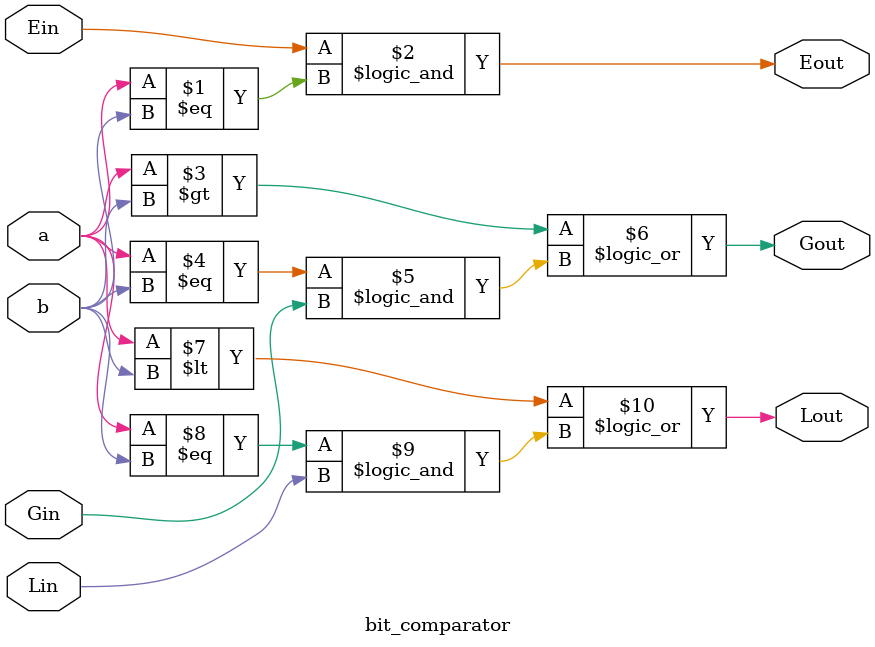
<source format=v>
module bit_comparator (input wire a, b, Gin, Ein, Lin, output wire Gout, Eout, Lout);
    assign Eout = Ein && (a == b);
    assign Gout = a > b || ((a == b) && Gin);
    assign Lout = a < b || ((a == b) && Lin);
endmodule
</source>
